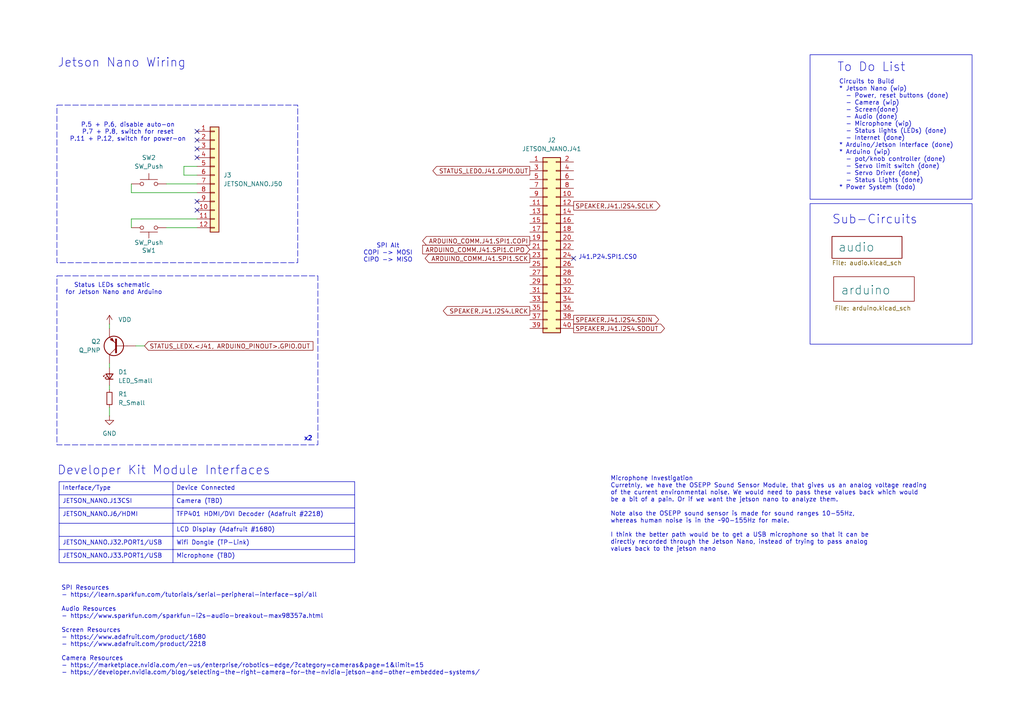
<source format=kicad_sch>
(kicad_sch (version 20250114) (generator "eeschema") (generator_version "9.0")
  (paper "A4")
  (title_block (title "Radiohead Animatronic") (date "2025-03-28") (rev "1") (company "Alexander Adranly"))
  (lib_symbols
    (symbol "Connector_Generic:Conn_01x12" (pin_names (offset 1.016) (hide yes))
      (property "Reference" "J" (at 0 15.24 0))
      (property "Value" "Conn_01x12" (at 0 -17.78 0))
      (symbol "Conn_01x12_1_1"
        (rectangle (start -1.27 13.97) (end 1.27 -16.51) (stroke (width 0.254)) (fill (type background)))
        (rectangle (start -1.27 12.827) (end 0 12.573) (stroke (width 0.1524)))
        (rectangle (start -1.27 10.287) (end 0 10.033) (stroke (width 0.1524)))
        (rectangle (start -1.27 7.747) (end 0 7.493) (stroke (width 0.1524)))
        (rectangle (start -1.27 5.207) (end 0 4.953) (stroke (width 0.1524)))
        (rectangle (start -1.27 2.667) (end 0 2.413) (stroke (width 0.1524)))
        (rectangle (start -1.27 0.127) (end 0 -0.127) (stroke (width 0.1524)))
        (rectangle (start -1.27 -2.413) (end 0 -2.667) (stroke (width 0.1524)))
        (rectangle (start -1.27 -4.953) (end 0 -5.207) (stroke (width 0.1524)))
        (rectangle (start -1.27 -7.493) (end 0 -7.747) (stroke (width 0.1524)))
        (rectangle (start -1.27 -10.033) (end 0 -10.287) (stroke (width 0.1524)))
        (rectangle (start -1.27 -12.573) (end 0 -12.827) (stroke (width 0.1524)))
        (rectangle (start -1.27 -15.113) (end 0 -15.367) (stroke (width 0.1524)))
        (pin passive line (at -5.08 12.7 0) (length 3.81) (name "Pin_1") (number "1"))
        (pin passive line (at -5.08 10.16 0) (length 3.81) (name "Pin_2") (number "2"))
        (pin passive line (at -5.08 7.62 0) (length 3.81) (name "Pin_3") (number "3"))
        (pin passive line (at -5.08 5.08 0) (length 3.81) (name "Pin_4") (number "4"))
        (pin passive line (at -5.08 2.54 0) (length 3.81) (name "Pin_5") (number "5"))
        (pin passive line (at -5.08 0 0) (length 3.81) (name "Pin_6") (number "6"))
        (pin passive line (at -5.08 -2.54 0) (length 3.81) (name "Pin_7") (number "7"))
        (pin passive line (at -5.08 -5.08 0) (length 3.81) (name "Pin_8") (number "8"))
        (pin passive line (at -5.08 -7.62 0) (length 3.81) (name "Pin_9") (number "9"))
        (pin passive line (at -5.08 -10.16 0) (length 3.81) (name "Pin_10") (number "10"))
        (pin passive line (at -5.08 -12.7 0) (length 3.81) (name "Pin_11") (number "11"))
        (pin passive line (at -5.08 -15.24 0) (length 3.81) (name "Pin_12") (number "12"))
      )
    )
    (symbol "Connector_Generic:Conn_02x20_Odd_Even" (pin_names (offset 1.016) (hide yes))
      (property "Reference" "J" (at 1.27 25.4 0))
      (property "Value" "Conn_02x20_Odd_Even" (at 1.27 -27.94 0))
      (symbol "Conn_02x20_Odd_Even_1_1"
        (rectangle (start -1.27 24.13) (end 3.81 -26.67) (stroke (width 0.254)) (fill (type background)))
        (rectangle (start -1.27 22.987) (end 0 22.733) (stroke (width 0.1524)))
        (rectangle (start -1.27 20.447) (end 0 20.193) (stroke (width 0.1524)))
        (rectangle (start -1.27 17.907) (end 0 17.653) (stroke (width 0.1524)))
        (rectangle (start -1.27 15.367) (end 0 15.113) (stroke (width 0.1524)))
        (rectangle (start -1.27 12.827) (end 0 12.573) (stroke (width 0.1524)))
        (rectangle (start -1.27 10.287) (end 0 10.033) (stroke (width 0.1524)))
        (rectangle (start -1.27 7.747) (end 0 7.493) (stroke (width 0.1524)))
        (rectangle (start -1.27 5.207) (end 0 4.953) (stroke (width 0.1524)))
        (rectangle (start -1.27 2.667) (end 0 2.413) (stroke (width 0.1524)))
        (rectangle (start -1.27 0.127) (end 0 -0.127) (stroke (width 0.1524)))
        (rectangle (start -1.27 -2.413) (end 0 -2.667) (stroke (width 0.1524)))
        (rectangle (start -1.27 -4.953) (end 0 -5.207) (stroke (width 0.1524)))
        (rectangle (start -1.27 -7.493) (end 0 -7.747) (stroke (width 0.1524)))
        (rectangle (start -1.27 -10.033) (end 0 -10.287) (stroke (width 0.1524)))
        (rectangle (start -1.27 -12.573) (end 0 -12.827) (stroke (width 0.1524)))
        (rectangle (start -1.27 -15.113) (end 0 -15.367) (stroke (width 0.1524)))
        (rectangle (start -1.27 -17.653) (end 0 -17.907) (stroke (width 0.1524)))
        (rectangle (start -1.27 -20.193) (end 0 -20.447) (stroke (width 0.1524)))
        (rectangle (start -1.27 -22.733) (end 0 -22.987) (stroke (width 0.1524)))
        (rectangle (start -1.27 -25.273) (end 0 -25.527) (stroke (width 0.1524)))
        (rectangle (start 3.81 22.987) (end 2.54 22.733) (stroke (width 0.1524)))
        (rectangle (start 3.81 20.447) (end 2.54 20.193) (stroke (width 0.1524)))
        (rectangle (start 3.81 17.907) (end 2.54 17.653) (stroke (width 0.1524)))
        (rectangle (start 3.81 15.367) (end 2.54 15.113) (stroke (width 0.1524)))
        (rectangle (start 3.81 12.827) (end 2.54 12.573) (stroke (width 0.1524)))
        (rectangle (start 3.81 10.287) (end 2.54 10.033) (stroke (width 0.1524)))
        (rectangle (start 3.81 7.747) (end 2.54 7.493) (stroke (width 0.1524)))
        (rectangle (start 3.81 5.207) (end 2.54 4.953) (stroke (width 0.1524)))
        (rectangle (start 3.81 2.667) (end 2.54 2.413) (stroke (width 0.1524)))
        (rectangle (start 3.81 0.127) (end 2.54 -0.127) (stroke (width 0.1524)))
        (rectangle (start 3.81 -2.413) (end 2.54 -2.667) (stroke (width 0.1524)))
        (rectangle (start 3.81 -4.953) (end 2.54 -5.207) (stroke (width 0.1524)))
        (rectangle (start 3.81 -7.493) (end 2.54 -7.747) (stroke (width 0.1524)))
        (rectangle (start 3.81 -10.033) (end 2.54 -10.287) (stroke (width 0.1524)))
        (rectangle (start 3.81 -12.573) (end 2.54 -12.827) (stroke (width 0.1524)))
        (rectangle (start 3.81 -15.113) (end 2.54 -15.367) (stroke (width 0.1524)))
        (rectangle (start 3.81 -17.653) (end 2.54 -17.907) (stroke (width 0.1524)))
        (rectangle (start 3.81 -20.193) (end 2.54 -20.447) (stroke (width 0.1524)))
        (rectangle (start 3.81 -22.733) (end 2.54 -22.987) (stroke (width 0.1524)))
        (rectangle (start 3.81 -25.273) (end 2.54 -25.527) (stroke (width 0.1524)))
        (pin passive line (at -5.08 22.86 0) (length 3.81) (name "Pin_1") (number "1"))
        (pin passive line (at -5.08 20.32 0) (length 3.81) (name "Pin_3") (number "3"))
        (pin passive line (at -5.08 17.78 0) (length 3.81) (name "Pin_5") (number "5"))
        (pin passive line (at -5.08 15.24 0) (length 3.81) (name "Pin_7") (number "7"))
        (pin passive line (at -5.08 12.7 0) (length 3.81) (name "Pin_9") (number "9"))
        (pin passive line (at -5.08 10.16 0) (length 3.81) (name "Pin_11") (number "11"))
        (pin passive line (at -5.08 7.62 0) (length 3.81) (name "Pin_13") (number "13"))
        (pin passive line (at -5.08 5.08 0) (length 3.81) (name "Pin_15") (number "15"))
        (pin passive line (at -5.08 2.54 0) (length 3.81) (name "Pin_17") (number "17"))
        (pin passive line (at -5.08 0 0) (length 3.81) (name "Pin_19") (number "19"))
        (pin passive line (at -5.08 -2.54 0) (length 3.81) (name "Pin_21") (number "21"))
        (pin passive line (at -5.08 -5.08 0) (length 3.81) (name "Pin_23") (number "23"))
        (pin passive line (at -5.08 -7.62 0) (length 3.81) (name "Pin_25") (number "25"))
        (pin passive line (at -5.08 -10.16 0) (length 3.81) (name "Pin_27") (number "27"))
        (pin passive line (at -5.08 -12.7 0) (length 3.81) (name "Pin_29") (number "29"))
        (pin passive line (at -5.08 -15.24 0) (length 3.81) (name "Pin_31") (number "31"))
        (pin passive line (at -5.08 -17.78 0) (length 3.81) (name "Pin_33") (number "33"))
        (pin passive line (at -5.08 -20.32 0) (length 3.81) (name "Pin_35") (number "35"))
        (pin passive line (at -5.08 -22.86 0) (length 3.81) (name "Pin_37") (number "37"))
        (pin passive line (at -5.08 -25.4 0) (length 3.81) (name "Pin_39") (number "39"))
        (pin passive line (at 7.62 22.86 180) (length 3.81) (name "Pin_2") (number "2"))
        (pin passive line (at 7.62 20.32 180) (length 3.81) (name "Pin_4") (number "4"))
        (pin passive line (at 7.62 17.78 180) (length 3.81) (name "Pin_6") (number "6"))
        (pin passive line (at 7.62 15.24 180) (length 3.81) (name "Pin_8") (number "8"))
        (pin passive line (at 7.62 12.7 180) (length 3.81) (name "Pin_10") (number "10"))
        (pin passive line (at 7.62 10.16 180) (length 3.81) (name "Pin_12") (number "12"))
        (pin passive line (at 7.62 7.62 180) (length 3.81) (name "Pin_14") (number "14"))
        (pin passive line (at 7.62 5.08 180) (length 3.81) (name "Pin_16") (number "16"))
        (pin passive line (at 7.62 2.54 180) (length 3.81) (name "Pin_18") (number "18"))
        (pin passive line (at 7.62 0 180) (length 3.81) (name "Pin_20") (number "20"))
        (pin passive line (at 7.62 -2.54 180) (length 3.81) (name "Pin_22") (number "22"))
        (pin passive line (at 7.62 -5.08 180) (length 3.81) (name "Pin_24") (number "24"))
        (pin passive line (at 7.62 -7.62 180) (length 3.81) (name "Pin_26") (number "26"))
        (pin passive line (at 7.62 -10.16 180) (length 3.81) (name "Pin_28") (number "28"))
        (pin passive line (at 7.62 -12.7 180) (length 3.81) (name "Pin_30") (number "30"))
        (pin passive line (at 7.62 -15.24 180) (length 3.81) (name "Pin_32") (number "32"))
        (pin passive line (at 7.62 -17.78 180) (length 3.81) (name "Pin_34") (number "34"))
        (pin passive line (at 7.62 -20.32 180) (length 3.81) (name "Pin_36") (number "36"))
        (pin passive line (at 7.62 -22.86 180) (length 3.81) (name "Pin_38") (number "38"))
        (pin passive line (at 7.62 -25.4 180) (length 3.81) (name "Pin_40") (number "40"))
      )
    )
    (symbol "Device:LED_Small" (pin_numbers (hide yes)) (pin_names (offset 0.254) (hide yes))
      (property "Reference" "D" (at -1.27 3.175 0))
      (property "Value" "LED_Small" (at -4.445 -2.54 0))
      (symbol "LED_Small_0_1"
        (polyline (pts (xy -0.762 -1.016) (xy -0.762 1.016)) (stroke (width 0.254)))
        (polyline (pts (xy 0 0.762) (xy -0.508 1.27) (xy -0.254 1.27) (xy -0.508 1.27) (xy -0.508 1.016)))
        (polyline (pts (xy 0.508 1.27) (xy 0 1.778) (xy 0.254 1.778) (xy 0 1.778) (xy 0 1.524)))
        (polyline (pts (xy 0.762 -1.016) (xy -0.762 0) (xy 0.762 1.016) (xy 0.762 -1.016)) (stroke (width 0.254)))
        (polyline (pts (xy 1.016 0) (xy -0.762 0)))
      )
      (symbol "LED_Small_1_1"
        (pin passive line (at -2.54 0 0) (length 1.778) (name "K") (number "1"))
        (pin passive line (at 2.54 0 180) (length 1.778) (name "A") (number "2"))
      )
    )
    (symbol "Device:Q_PNP" (pin_numbers (hide yes)) (pin_names (offset 0) (hide yes))
      (property "Reference" "Q" (at 5.08 1.27 0))
      (property "Value" "Q_PNP" (at 5.08 -1.27 0))
      (symbol "Q_PNP_0_1"
        (polyline (pts (xy -2.54 0) (xy 0.635 0)))
        (polyline (pts (xy 0.635 1.905) (xy 0.635 -1.905)) (stroke (width 0.508)))
        (polyline (pts (xy 0.635 0.635) (xy 2.54 2.54)))
        (polyline (pts (xy 0.635 -0.635) (xy 2.54 -2.54)))
        (circle (center 1.27 0) (radius 2.8194) (stroke (width 0.254)))
        (polyline (pts (xy 2.286 -1.778) (xy 1.778 -2.286) (xy 1.27 -1.27) (xy 2.286 -1.778)) (fill (type outline)))
      )
      (symbol "Q_PNP_1_1"
        (pin input line (at -5.08 0 0) (length 2.54) (name "B") (number "B"))
        (pin passive line (at 2.54 5.08 270) (length 2.54) (name "C") (number "C"))
        (pin passive line (at 2.54 -5.08 90) (length 2.54) (name "E") (number "E"))
      )
    )
    (symbol "Device:R_Small" (pin_numbers (hide yes)) (pin_names (offset 0.254) (hide yes))
      (property "Reference" "R" (at 0.762 0.508 0))
      (property "Value" "R_Small" (at 0.762 -1.016 0))
      (symbol "R_Small_0_1"
        (rectangle (start -0.762 1.778) (end 0.762 -1.778) (stroke (width 0.2032)))
      )
      (symbol "R_Small_1_1"
        (pin passive line (at 0 2.54 270) (length 0.762) (name "~") (number "1"))
        (pin passive line (at 0 -2.54 90) (length 0.762) (name "~") (number "2"))
      )
    )
    (symbol "Switch:SW_Push" (pin_numbers (hide yes)) (pin_names (offset 1.016) (hide yes))
      (property "Reference" "SW" (at 1.27 2.54 0))
      (property "Value" "SW_Push" (at 0 -1.524 0))
      (symbol "SW_Push_0_1"
        (circle (center -2.032 0) (radius 0.508))
        (polyline (pts (xy 0 1.27) (xy 0 3.048)))
        (circle (center 2.032 0) (radius 0.508))
        (polyline (pts (xy 2.54 1.27) (xy -2.54 1.27)))
        (pin passive line (at -5.08 0 0) (length 2.54) (name "1") (number "1"))
        (pin passive line (at 5.08 0 180) (length 2.54) (name "2") (number "2"))
      )
    )
    (symbol "power:GND" (power) (pin_numbers (hide yes)) (pin_names (offset 0) (hide yes))
      (property "Value" "GND" (at 0 -3.81 0))
      (symbol "GND_0_1"
        (polyline (pts (xy 0 0) (xy 0 -1.27) (xy 1.27 -1.27) (xy 0 -2.54) (xy -1.27 -1.27) (xy 0 -1.27)))
      )
      (symbol "GND_1_1"
        (pin power_in line (at 0 0 270) (length 0) (name "~") (number "1"))
      )
    )
    (symbol "power:VCC" (power) (pin_numbers (hide yes)) (pin_names (offset 0) (hide yes))
      (property "Value" "VCC" (at 0 3.556 0))
      (symbol "VCC_0_1"
        (polyline (pts (xy -0.762 1.27) (xy 0 2.54)))
        (polyline (pts (xy 0 2.54) (xy 0.762 1.27)))
        (polyline (pts (xy 0 0) (xy 0 2.54)))
      )
      (symbol "VCC_1_1"
        (pin power_in line (at 0 0 90) (length 0) (name "~") (number "1"))
      )
    )
  )
  (rectangle (start 234.95 15.875) (end 281.94 57.785))
  (rectangle (start 16.51 30.48) (end 86.36 76.2) (stroke (width 0) (type dash)))
  (rectangle (start 16.51 80.01) (end 92.202 129.032) (stroke (width 0) (type dash)))
  (rectangle (start 234.95 59.055) (end 281.94 99.822))
  (text "Jetson Nano Wiring" (at 35.306 18.288 0) (effects (font (size 2.54 2.54))))
  (text "To Do List" (at 252.73 19.558 0) (effects (font (size 2.54 2.54))))
  (text "Microphone Investigation\nCurretnly, we have the OSEPP Sound Sensor Module, that gives us an analog voltage reading\nof the current environmental noise. We would need to pass these values back which would\nbe a bit of a pain. Or if we want the jetson nano to analyze them.\n\nNote also the OSEPP sound sensor is made for sound ranges 10-55Hz,\nwhereas human noise is in the ~90-155Hz for male.\n\nI think the better path would be to get a USB microphone so that it can be \ndirectly recorded through the Jetson Nano, instead of trying to pass analog \nvalues back to the jetson nano" (at 177.038 149.098 0) (effects (font (size 1.27 1.27)) (justify left)))
  (text "x2" (at 89.408 127.254 0) (effects (font (size 1.27 1.27) (thickness 0.254) (bold yes))))
  (text "Status LEDs schematic \nfor Jetson Nano and Arduino" (at 33.02 83.82 0) (effects (font (size 1.27 1.27))))
  (text "Developer Kit Module Interfaces" (at 47.498 136.525 0) (effects (font (size 2.54 2.54))))
  (text "Sub-Circuits" (at 253.746 63.754 0) (effects (font (size 2.54 2.54))))
  (text "SPI Alt\nCOPI -> MOSI\nCIPO -> MISO" (at 112.522 73.406 0) (effects (font (size 1.27 1.27))))
  (text "SPI Resources\n- https://learn.sparkfun.com/tutorials/serial-peripheral-interface-spi/all\n\nAudio Resources\n- https://www.sparkfun.com/sparkfun-i2s-audio-breakout-max98357a.html\n\nScreen Resources\n- https://www.adafruit.com/product/1680\n- https://www.adafruit.com/product/2218\n\nCamera Resources\n- https://marketplace.nvidia.com/en-us/enterprise/robotics-edge/?category=cameras&page=1&limit=15\n- https://developer.nvidia.com/blog/selecting-the-right-camera-for-the-nvidia-jetson-and-other-embedded-systems/" (at 17.78 182.88 0) (effects (font (size 1.27 1.27)) (justify left)))
  (text "P.5 + P.6, disable auto-on\nP.7 + P.8, switch for reset\nP.11 + P.12, switch for power-on" (at 37.084 38.354 0) (effects (font (size 1.27 1.27))))
  (text "J41.P24.SPI1.CS0" (at 176.276 74.676 0) (effects (font (size 1.27 1.27))))
  (text "Circuits to Build\n* Jetson Nano (wip)\n  - Power, reset buttons (done)\n  - Camera (wip)\n  - Screen(done)\n  - Audio (done)\n  - Microphone (wip)\n  - Status lights (LEDs) (done)\n  - Internet (done)\n* Arduino/Jetson Interface (done)\n* Arduino (wip)\n  - pot/knob controller (done)\n  - Servo limit switch (done)\n  - Servo Driver (done)\n  - Status Lights (done)\n* Power System (todo)" (at 243.332 39.116 0) (effects (font (size 1.27 1.27)) (justify left)))
  (no_connect (at 57.15 45.72))
  (no_connect (at 57.15 40.64))
  (no_connect (at 57.15 58.42))
  (no_connect (at 166.37 74.93))
  (no_connect (at 57.15 43.18))
  (no_connect (at 57.15 38.1))
  (no_connect (at 57.15 60.96))
  (wire (pts (xy 31.75 120.65) (xy 31.75 118.11)))
  (wire (pts (xy 41.91 100.33) (xy 39.37 100.33)))
  (wire (pts (xy 53.34 50.8) (xy 57.15 50.8)))
  (wire (pts (xy 57.15 63.5) (xy 38.1 63.5)))
  (wire (pts (xy 31.75 105.41) (xy 31.75 106.68)))
  (wire (pts (xy 48.26 53.34) (xy 57.15 53.34)))
  (wire (pts (xy 38.1 55.88) (xy 57.15 55.88)))
  (wire (pts (xy 53.34 48.26) (xy 57.15 48.26)))
  (wire (pts (xy 31.75 93.98) (xy 31.75 95.25)))
  (wire (pts (xy 38.1 63.5) (xy 38.1 66.04)))
  (wire (pts (xy 38.1 53.34) (xy 38.1 55.88)))
  (wire (pts (xy 31.75 113.03) (xy 31.75 111.76)))
  (wire (pts (xy 48.26 66.04) (xy 57.15 66.04)))
  (wire (pts (xy 53.34 48.26) (xy 53.34 50.8)))
  (table (column_count 2) (border (external yes) (header yes)) (separators (rows yes) (cols yes)) (column_widths 33.02 52.705) (row_heights 3.81 3.81 4.445 3.81 3.81 3.81) (cells (table_cell "Interface/Type" (at 17.145 139.7 0) (size 33.02 3.81) (margins 0.9525 0.9525 0.9525 0.9525) (span 1 1)) (table_cell "Device Connected" (at 50.165 139.7 0) (size 52.705 3.81) (margins 0.9525 0.9525 0.9525 0.9525) (span 1 1)) (table_cell "JETSON_NANO.J13CSI" (at 17.145 143.51 0) (size 33.02 3.81) (margins 0.9525 0.9525 0.9525 0.9525) (span 1 1)) (table_cell "Camera (TBD)" (at 50.165 143.51 0) (size 52.705 3.81) (margins 0.9525 0.9525 0.9525 0.9525) (span 1 1)) (table_cell "JETSON_NANO.J6/HDMI" (at 17.145 147.32 0) (size 33.02 4.445) (margins 0.9525 0.9525 0.9525 0.9525) (span 1 1)) (table_cell "TFP401 HDMI/DVI Decoder (Adafruit #2218)" (at 50.165 147.32 0) (size 52.705 4.445) (margins 0.9525 0.9525 0.9525 0.9525) (span 1 1)) (table_cell "" (at 17.145 151.765 0) (size 33.02 3.81) (margins 0.9525 0.9525 0.9525 0.9525) (span 1 1)) (table_cell "LCD Display (Adafruit #1680)" (at 50.165 151.765 0) (size 52.705 3.81) (margins 0.9525 0.9525 0.9525 0.9525) (span 1 1)) (table_cell "JETSON_NANO.J32.PORT1/USB" (at 17.145 155.575 0) (size 33.02 3.81) (margins 0.9525 0.9525 0.9525 0.9525) (span 1 1)) (table_cell "Wifi Dongle (TP-Link)" (at 50.165 155.575 0) (size 52.705 3.81) (margins 0.9525 0.9525 0.9525 0.9525) (span 1 1)) (table_cell "JETSON_NANO.J33.PORT1/USB" (at 17.145 159.385 0) (size 33.02 3.81) (margins 0.9525 0.9525 0.9525 0.9525) (span 1 1)) (table_cell "Microphone (TBD)" (at 50.165 159.385 0) (size 52.705 3.81) (margins 0.9525 0.9525 0.9525 0.9525) (span 1 1))))
  (global_label "ARDUINO_COMM.J41.SPI1.SCK" (shape output) (at 153.67 74.93 180) (property "Intersheetrefs" "${INTERSHEET_REFS}" (effects (hide yes))))
  (global_label "STATUS_LED0.J41.GPIO.OUT" (shape output) (at 153.67 49.53 180) (property "Intersheetrefs" "${INTERSHEET_REFS}" (effects (hide yes))))
  (global_label "ARDUINO_COMM.J41.SPI1.COPI" (shape output) (at 153.67 69.85 180) (property "Intersheetrefs" "${INTERSHEET_REFS}" (effects (hide yes))))
  (global_label "SPEAKER.J41.I2S4.LRCK" (shape output) (at 153.67 90.17 180) (property "Intersheetrefs" "${INTERSHEET_REFS}" (effects (hide yes))))
  (global_label "STATUS_LEDX.<J41, ARDUINO_PINOUT>.GPIO.OUT" (shape input) (at 41.91 100.33 0) (property "Intersheetrefs" "${INTERSHEET_REFS}" (effects (hide yes))))
  (global_label "SPEAKER.J41.I2S4.SDIN" (shape output) (at 166.37 92.71 0) (property "Intersheetrefs" "${INTERSHEET_REFS}" (effects (hide yes))))
  (global_label "SPEAKER.J41.I2S4.SCLK" (shape output) (at 166.37 59.69 0) (property "Intersheetrefs" "${INTERSHEET_REFS}" (effects (hide yes))))
  (global_label "SPEAKER.J41.I2S4.SDOUT" (shape output) (at 166.37 95.25 0) (property "Intersheetrefs" "${INTERSHEET_REFS}" (effects (hide yes))))
  (global_label "ARDUINO_COMM.J41.SPI1.CIPO" (shape input) (at 153.67 72.39 180) (property "Intersheetrefs" "${INTERSHEET_REFS}" (effects (hide yes))))
  (symbol (lib_id "Device:LED_Small") (at 31.75 109.22 90) (unit 1)
    (property "Reference" "D1" (at 34.29 107.8864 90) (effects (justify right)))
    (property "Value" "LED_Small" (at 34.29 110.4264 90) (effects (justify right)))
    (property "Description" "Light emitting diode, small symbol" (effects (hide yes)))
    (property "Sim.Pin" "1=K 2=A" (effects (hide yes)))
  )
  (symbol (lib_id "Device:Q_PNP") (at 34.29 100.33 180) (unit 1)
    (property "Reference" "Q2" (at 29.21 99.0599 0) (effects (justify left)))
    (property "Value" "Q_PNP" (at 29.21 101.5999 0) (effects (justify left)))
    (property "Description" "PNP bipolar junction transistor" (effects (hide yes)))
  )
  (symbol (lib_id "power:VCC") (at 31.75 93.98 0) (unit 1)
    (property "Reference" "#PWR01" (effects (hide yes)))
    (property "Value" "VDD" (at 34.29 92.7099 0) (effects (justify left)))
    (property "Description" "Power symbol creates a global label with name \"VCC\"" (effects (hide yes)))
  )
  (symbol (lib_id "Connector_Generic:Conn_02x20_Odd_Even") (at 158.75 69.85 0) (unit 1)
    (property "Reference" "J2" (at 160.02 40.64 0))
    (property "Value" "JETSON_NANO.J41" (at 160.02 43.18 0))
    (property "Description" "Generic connector, double row, 02x20, odd/even pin numbering scheme (row 1 odd numbers, row 2 even numbers), script generated (kicad-library-utils/schlib/autogen/connector/)" (effects (hide yes)))
  )
  (symbol (lib_id "Connector_Generic:Conn_01x12") (at 62.23 50.8 0) (unit 1)
    (property "Reference" "J3" (at 64.77 50.7999 0) (effects (justify left)))
    (property "Value" "JETSON_NANO.J50" (at 64.77 53.3399 0) (effects (justify left)))
    (property "Description" "Generic connector, single row, 01x12, script generated (kicad-library-utils/schlib/autogen/connector/)" (effects (hide yes)))
  )
  (symbol (lib_id "Switch:SW_Push") (at 43.18 53.34 0) (unit 1)
    (property "Reference" "SW2" (at 43.18 45.72 0))
    (property "Value" "SW_Push" (at 43.18 48.26 0))
    (property "Description" "Push button switch, generic, two pins" (effects (hide yes)))
  )
  (symbol (lib_id "power:GND") (at 31.75 120.65 0) (unit 1)
    (property "Reference" "#PWR02" (effects (hide yes)))
    (property "Value" "GND" (at 31.75 125.73 0))
    (property "Description" "Power symbol creates a global label with name \"GND\" , ground" (effects (hide yes)))
  )
  (symbol (lib_id "Switch:SW_Push") (at 43.18 66.04 180) (unit 1)
    (property "Reference" "SW1" (at 43.18 72.644 0))
    (property "Value" "SW_Push" (at 43.18 70.358 0))
    (property "Description" "Push button switch, generic, two pins" (effects (hide yes)))
  )
  (symbol (lib_id "Device:R_Small") (at 31.75 115.57 0) (unit 1)
    (property "Reference" "R1" (at 34.29 114.2999 0) (effects (justify left)))
    (property "Value" "R_Small" (at 34.29 116.8399 0) (effects (justify left)))
    (property "Description" "Resistor, small symbol" (effects (hide yes)))
  )
  (sheet (at 241.3 68.58) (size 20.32 6.35) (stroke (width 0.1524))
    (property "Sheetname" "audio" (at 243.078 73.152 0) (effects (font (size 2.54 2.54)) (justify left bottom)))
    (property "Sheetfile" "audio.kicad_sch" (at 241.3 75.5146 0) (effects (justify left top)))
  )
  (sheet (at 241.808 80.264) (size 23.368 7.112) (stroke (width 0.1524))
    (property "Sheetname" "arduino" (at 243.84 85.598 0) (effects (font (size 2.54 2.54)) (justify left bottom)))
    (property "Sheetfile" "arduino.kicad_sch" (at 242.062 88.646 0) (effects (justify left top)))
  )
)
</source>
